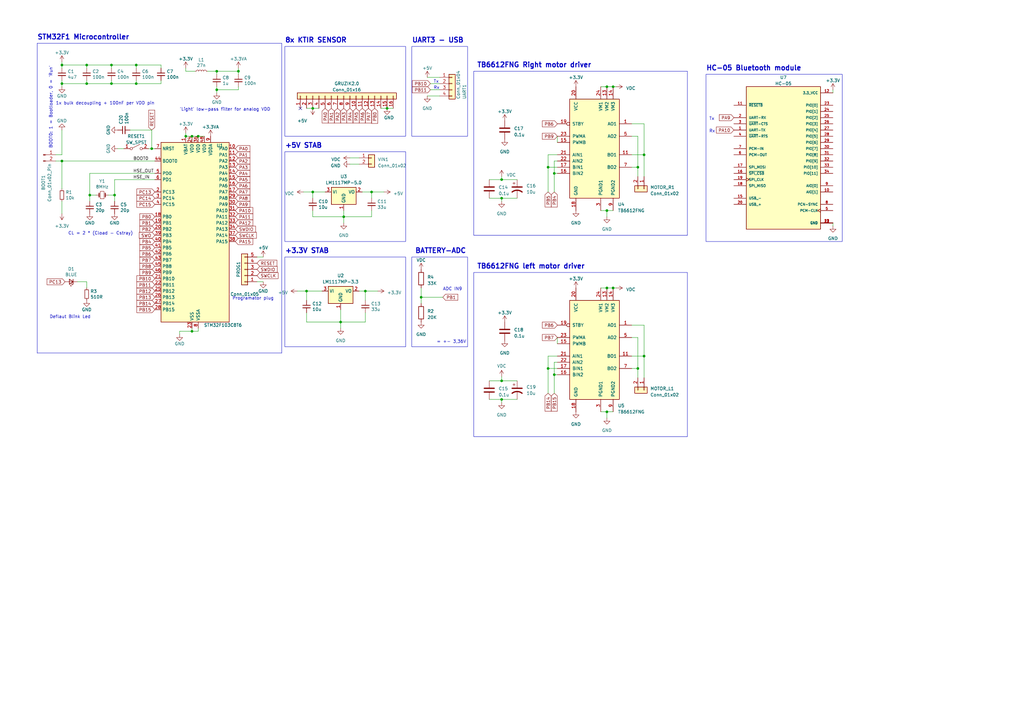
<source format=kicad_sch>
(kicad_sch (version 20230121) (generator eeschema)
  (paper "A3")
  (junction (at 55.88 26.67))
  (junction (at 251.46 35.56))
  (junction (at 45.72 26.67))
  (junction (at 251.46 118.11))
  (junction (at 224.79 151.13))
  (junction (at 248.92 86.36))
  (junction (at 227.33 71.12))
  (junction (at 45.72 34.29))
  (junction (at 128.27 78.74))
  (junction (at 25.4 34.29))
  (junction (at 248.92 168.91))
  (junction (at 78.74 135.89))
  (junction (at 264.16 63.5))
  (junction (at 248.92 118.11))
  (junction (at 248.92 35.56))
  (junction (at 128.27 44.45))
  (junction (at 88.9 29.21))
  (junction (at 227.33 153.67))
  (junction (at 35.56 26.67))
  (junction (at 261.62 68.58))
  (junction (at 224.79 68.58))
  (junction (at 152.4 78.74))
  (junction (at 81.28 55.88))
  (junction (at 264.16 146.05))
  (junction (at 158.75 44.45))
  (junction (at 205.74 156.21))
  (junction (at 261.62 151.13))
  (junction (at 25.4 66.04))
  (junction (at 139.7 132.08))
  (junction (at 46.99 80.01))
  (junction (at 205.74 81.28))
  (junction (at 25.4 26.67))
  (junction (at 78.74 55.88))
  (junction (at 97.79 29.21))
  (junction (at 76.2 55.88))
  (junction (at 172.72 121.92))
  (junction (at 35.56 34.29))
  (junction (at 36.83 80.01))
  (junction (at 62.23 60.96))
  (junction (at 140.97 88.9))
  (junction (at 149.86 119.38))
  (junction (at 205.74 163.83))
  (junction (at 205.74 73.66))
  (junction (at 125.73 119.38))
  (junction (at 55.88 34.29))
  (junction (at 88.9 36.83))
  (no_connect (at 123.19 44.45))
  (wire (pts (xy 246.38 35.56) (xy 248.92 35.56)))
  (wire (pts (xy 248.92 168.91) (xy 248.92 171.45)))
  (wire (pts (xy 149.86 132.08) (xy 139.7 132.08)))
  (wire (pts (xy 252.73 118.11) (xy 251.46 118.11)))
  (wire (pts (xy 261.62 68.58) (xy 261.62 72.39)))
  (wire (pts (xy 140.97 86.36) (xy 140.97 88.9)))
  (wire (pts (xy 152.4 78.74) (xy 152.4 81.28)))
  (wire (pts (xy 205.74 81.28) (xy 212.09 81.28)))
  (wire (pts (xy 248.92 86.36) (xy 251.46 86.36)))
  (wire (pts (xy 46.99 82.55) (xy 46.99 80.01)))
  (wire (pts (xy 341.63 91.44) (xy 341.63 92.71)))
  (wire (pts (xy 97.79 30.48) (xy 97.79 29.21)))
  (wire (pts (xy 66.04 26.67) (xy 55.88 26.67)))
  (wire (pts (xy 48.26 60.96) (xy 50.8 60.96)))
  (wire (pts (xy 97.79 36.83) (xy 97.79 35.56)))
  (wire (pts (xy 147.32 119.38) (xy 149.86 119.38)))
  (wire (pts (xy 205.74 163.83) (xy 205.74 165.1)))
  (polyline (pts (xy 15.24 17.78) (xy 15.24 144.78)))
  (wire (pts (xy 227.33 148.59) (xy 227.33 153.67)))
  (wire (pts (xy 248.92 35.56) (xy 251.46 35.56)))
  (wire (pts (xy 128.27 88.9) (xy 140.97 88.9)))
  (wire (pts (xy 73.66 135.89) (xy 78.74 135.89)))
  (wire (pts (xy 205.74 81.28) (xy 205.74 82.55)))
  (wire (pts (xy 161.29 44.45) (xy 158.75 44.45)))
  (wire (pts (xy 36.83 71.12) (xy 36.83 80.01)))
  (wire (pts (xy 81.28 134.62) (xy 81.28 135.89)))
  (wire (pts (xy 200.66 163.83) (xy 205.74 163.83)))
  (wire (pts (xy 227.33 66.04) (xy 227.33 71.12)))
  (wire (pts (xy 55.88 26.67) (xy 45.72 26.67)))
  (wire (pts (xy 78.74 135.89) (xy 81.28 135.89)))
  (wire (pts (xy 46.99 73.66) (xy 63.5 73.66)))
  (wire (pts (xy 35.56 115.57) (xy 31.75 115.57)))
  (polyline (pts (xy 15.24 144.78) (xy 115.57 144.78)))
  (wire (pts (xy 224.79 161.29) (xy 224.79 151.13)))
  (wire (pts (xy 88.9 38.1) (xy 88.9 36.83)))
  (wire (pts (xy 259.08 133.35) (xy 264.16 133.35)))
  (wire (pts (xy 25.4 66.04) (xy 25.4 77.47)))
  (wire (pts (xy 125.73 128.27) (xy 125.73 132.08)))
  (wire (pts (xy 156.21 44.45) (xy 158.75 44.45)))
  (wire (pts (xy 172.72 121.92) (xy 172.72 124.46)))
  (wire (pts (xy 125.73 119.38) (xy 125.73 123.19)))
  (wire (pts (xy 62.23 53.34) (xy 62.23 60.96)))
  (wire (pts (xy 97.79 29.21) (xy 88.9 29.21)))
  (wire (pts (xy 36.83 80.01) (xy 39.37 80.01)))
  (polyline (pts (xy 115.57 17.78) (xy 15.24 17.78)))
  (wire (pts (xy 248.92 118.11) (xy 251.46 118.11)))
  (wire (pts (xy 149.86 119.38) (xy 154.94 119.38)))
  (wire (pts (xy 264.16 50.8) (xy 264.16 63.5)))
  (wire (pts (xy 152.4 86.36) (xy 152.4 88.9)))
  (wire (pts (xy 149.86 128.27) (xy 149.86 132.08)))
  (wire (pts (xy 25.4 34.29) (xy 25.4 35.56)))
  (wire (pts (xy 205.74 154.432) (xy 205.74 156.21)))
  (wire (pts (xy 55.88 27.94) (xy 55.88 26.67)))
  (wire (pts (xy 261.62 151.13) (xy 261.62 154.94)))
  (wire (pts (xy 140.97 88.9) (xy 140.97 91.44)))
  (wire (pts (xy 81.28 55.88) (xy 83.82 55.88)))
  (wire (pts (xy 200.66 73.66) (xy 205.74 73.66)))
  (wire (pts (xy 22.86 66.04) (xy 25.4 66.04)))
  (wire (pts (xy 176.53 36.83) (xy 180.34 36.83)))
  (wire (pts (xy 121.92 119.38) (xy 125.73 119.38)))
  (wire (pts (xy 128.27 78.74) (xy 133.35 78.74)))
  (wire (pts (xy 60.96 60.96) (xy 62.23 60.96)))
  (wire (pts (xy 139.7 127) (xy 139.7 132.08)))
  (wire (pts (xy 224.79 68.58) (xy 228.6 68.58)))
  (wire (pts (xy 264.16 133.35) (xy 264.16 146.05)))
  (wire (pts (xy 264.16 63.5) (xy 264.16 72.39)))
  (wire (pts (xy 35.56 26.67) (xy 35.56 27.94)))
  (wire (pts (xy 25.4 25.4) (xy 25.4 26.67)))
  (wire (pts (xy 88.9 30.48) (xy 88.9 29.21)))
  (wire (pts (xy 125.73 132.08) (xy 139.7 132.08)))
  (wire (pts (xy 259.08 68.58) (xy 261.62 68.58)))
  (wire (pts (xy 66.04 27.94) (xy 66.04 26.67)))
  (wire (pts (xy 130.81 44.45) (xy 128.27 44.45)))
  (wire (pts (xy 46.99 80.01) (xy 46.99 73.66)))
  (wire (pts (xy 259.08 63.5) (xy 264.16 63.5)))
  (wire (pts (xy 224.79 63.5) (xy 228.6 63.5)))
  (wire (pts (xy 246.38 86.36) (xy 248.92 86.36)))
  (wire (pts (xy 88.9 36.83) (xy 97.79 36.83)))
  (wire (pts (xy 139.7 132.08) (xy 139.7 134.62)))
  (wire (pts (xy 76.2 54.61) (xy 76.2 55.88)))
  (wire (pts (xy 35.56 34.29) (xy 35.56 33.02)))
  (wire (pts (xy 149.86 119.38) (xy 149.86 123.19)))
  (wire (pts (xy 172.72 118.11) (xy 172.72 121.92)))
  (wire (pts (xy 128.27 78.74) (xy 128.27 81.28)))
  (wire (pts (xy 125.73 119.38) (xy 132.08 119.38)))
  (wire (pts (xy 152.4 88.9) (xy 140.97 88.9)))
  (wire (pts (xy 224.79 151.13) (xy 228.6 151.13)))
  (wire (pts (xy 228.6 138.43) (xy 228.6 140.97)))
  (wire (pts (xy 35.56 26.67) (xy 25.4 26.67)))
  (wire (pts (xy 205.74 72.39) (xy 205.74 73.66)))
  (wire (pts (xy 172.72 121.92) (xy 181.61 121.92)))
  (wire (pts (xy 259.08 55.88) (xy 261.62 55.88)))
  (wire (pts (xy 224.79 68.58) (xy 224.79 63.5)))
  (wire (pts (xy 44.45 80.01) (xy 46.99 80.01)))
  (wire (pts (xy 259.08 138.43) (xy 261.62 138.43)))
  (wire (pts (xy 228.6 148.59) (xy 227.33 148.59)))
  (wire (pts (xy 45.72 34.29) (xy 55.88 34.29)))
  (wire (pts (xy 200.66 81.28) (xy 205.74 81.28)))
  (wire (pts (xy 175.26 39.37) (xy 180.34 39.37)))
  (wire (pts (xy 259.08 50.8) (xy 264.16 50.8)))
  (wire (pts (xy 25.4 53.34) (xy 25.4 63.5)))
  (wire (pts (xy 128.27 86.36) (xy 128.27 88.9)))
  (wire (pts (xy 264.16 146.05) (xy 264.16 154.94)))
  (wire (pts (xy 259.08 151.13) (xy 261.62 151.13)))
  (wire (pts (xy 85.09 29.21) (xy 88.9 29.21)))
  (wire (pts (xy 248.92 168.91) (xy 251.46 168.91)))
  (wire (pts (xy 105.41 105.41) (xy 107.95 105.41)))
  (wire (pts (xy 261.62 55.88) (xy 261.62 68.58)))
  (wire (pts (xy 63.5 66.04) (xy 25.4 66.04)))
  (wire (pts (xy 246.38 118.11) (xy 248.92 118.11)))
  (wire (pts (xy 63.5 71.12) (xy 36.83 71.12)))
  (wire (pts (xy 152.4 78.74) (xy 157.48 78.74)))
  (wire (pts (xy 143.51 67.31) (xy 147.32 67.31)))
  (wire (pts (xy 224.79 78.74) (xy 224.79 68.58)))
  (wire (pts (xy 25.4 63.5) (xy 22.86 63.5)))
  (wire (pts (xy 76.2 55.88) (xy 78.74 55.88)))
  (wire (pts (xy 341.63 36.83) (xy 341.63 38.1)))
  (wire (pts (xy 105.41 115.57) (xy 107.95 115.57)))
  (wire (pts (xy 227.33 71.12) (xy 228.6 71.12)))
  (wire (pts (xy 66.04 33.02) (xy 66.04 34.29)))
  (wire (pts (xy 35.56 118.11) (xy 35.56 115.57)))
  (wire (pts (xy 227.33 153.67) (xy 227.33 161.29)))
  (wire (pts (xy 53.34 53.34) (xy 62.23 53.34)))
  (wire (pts (xy 78.74 135.89) (xy 78.74 134.62)))
  (wire (pts (xy 148.59 78.74) (xy 152.4 78.74)))
  (wire (pts (xy 143.51 64.77) (xy 147.32 64.77)))
  (wire (pts (xy 227.33 71.12) (xy 227.33 78.74)))
  (wire (pts (xy 259.08 146.05) (xy 264.16 146.05)))
  (wire (pts (xy 35.56 34.29) (xy 45.72 34.29)))
  (wire (pts (xy 25.4 26.67) (xy 25.4 27.94)))
  (wire (pts (xy 76.2 29.21) (xy 80.01 29.21)))
  (wire (pts (xy 78.74 55.88) (xy 81.28 55.88)))
  (wire (pts (xy 224.79 151.13) (xy 224.79 146.05)))
  (wire (pts (xy 124.46 78.74) (xy 128.27 78.74)))
  (wire (pts (xy 25.4 87.63) (xy 25.4 82.55)))
  (wire (pts (xy 175.26 31.75) (xy 180.34 31.75)))
  (wire (pts (xy 248.92 86.36) (xy 248.92 88.9)))
  (wire (pts (xy 25.4 33.02) (xy 25.4 34.29)))
  (wire (pts (xy 125.73 44.45) (xy 128.27 44.45)))
  (wire (pts (xy 224.79 146.05) (xy 228.6 146.05)))
  (wire (pts (xy 228.6 66.04) (xy 227.33 66.04)))
  (polyline (pts (xy 115.57 144.78) (xy 115.57 17.78)))
  (wire (pts (xy 228.6 55.88) (xy 228.6 58.42)))
  (wire (pts (xy 205.74 73.66) (xy 212.09 73.66)))
  (wire (pts (xy 62.23 60.96) (xy 63.5 60.96)))
  (wire (pts (xy 76.2 27.94) (xy 76.2 29.21)))
  (wire (pts (xy 88.9 35.56) (xy 88.9 36.83)))
  (wire (pts (xy 227.33 153.67) (xy 228.6 153.67)))
  (wire (pts (xy 200.66 156.21) (xy 205.74 156.21)))
  (wire (pts (xy 205.74 156.21) (xy 212.09 156.21)))
  (wire (pts (xy 252.73 35.56) (xy 251.46 35.56)))
  (wire (pts (xy 45.72 27.94) (xy 45.72 26.67)))
  (wire (pts (xy 205.74 163.83) (xy 212.09 163.83)))
  (wire (pts (xy 55.88 34.29) (xy 66.04 34.29)))
  (wire (pts (xy 36.83 82.55) (xy 36.83 80.01)))
  (wire (pts (xy 45.72 26.67) (xy 35.56 26.67)))
  (wire (pts (xy 45.72 33.02) (xy 45.72 34.29)))
  (wire (pts (xy 97.79 27.94) (xy 97.79 29.21)))
  (wire (pts (xy 246.38 168.91) (xy 248.92 168.91)))
  (wire (pts (xy 73.66 137.16) (xy 73.66 135.89)))
  (wire (pts (xy 25.4 34.29) (xy 35.56 34.29)))
  (wire (pts (xy 261.62 138.43) (xy 261.62 151.13)))
  (wire (pts (xy 176.53 34.29) (xy 180.34 34.29)))
  (wire (pts (xy 55.88 33.02) (xy 55.88 34.29)))
  (rectangle (start 194.31 29.21) (end 281.94 96.52))
  (rectangle (start 194.31 111.76) (end 281.94 179.07))
  (rectangle (start 116.84 105.41) (end 166.37 142.24))
  (rectangle (start 116.84 19.05) (end 166.37 55.88))
  (rectangle (start 116.84 62.23) (end 166.37 99.06))
  (rectangle (start 168.91 19.05) (end 191.77 55.88))
  (rectangle (start 168.91 105.41) (end 191.77 142.24))
  (rectangle (start 289.56 30.48) (end 345.44 99.06))
  (text "Tx" (at 290.83 49.53 0) (effects (font (size 1.27 1.27)) (justify left bottom)))
  (text "+3.3V STAB" (at 116.84 104.14 0) (effects (font (size 2.0066 2.0066) (thickness 0.4013) bold) (justify left bottom)))
  (text "Programator plug" (at 95.25 123.19 0) (effects (font (size 1.27 1.27)) (justify left bottom)))
  (text "Rx" (at 290.83 54.61 0) (effects (font (size 1.27 1.27)) (justify left bottom)))
  (text "Tx" (at 177.8 34.29 0) (effects (font (size 1.27 1.27)) (justify left bottom)))
  (text "BATTERY-ADC" (at 170.18 104.14 0) (effects (font (size 2.0066 2.0066) (thickness 0.4013) bold) (justify left bottom)))
  (text "TB6612FNG Right motor driver" (at 195.58 27.94 0) (effects (font (size 2.0066 2.0066) (thickness 0.4013) bold) (justify left bottom)))
  (text "8x KTIR SENSOR" (at 116.84 17.78 0) (effects (font (size 2.0066 2.0066) (thickness 0.4013) bold) (justify left bottom)))
  (text "'Light' low-pass filter for analog VDD" (at 73.66 45.72 0) (effects (font (size 1.27 1.27)) (justify left bottom)))
  (text "1x bulk decoupling + 100nF per VDD pin" (at 22.86 43.18 0) (effects (font (size 1.27 1.27)) (justify left bottom)))
  (text "Rx" (at 177.8 36.83 0) (effects (font (size 1.27 1.27)) (justify left bottom)))
  (text "Deflaut Blink Led" (at 20.32 130.81 0) (effects (font (size 1.27 1.27)) (justify left bottom)))
  (text "STM32F1 Microcontroller" (at 15.24 16.51 0) (effects (font (size 2.0066 2.0066) (thickness 0.4013) bold) (justify left bottom)))
  (text "HC-05 Bluetooth module" (at 289.56 29.21 0) (effects (font (size 2.0066 2.0066) (thickness 0.4013) bold) (justify left bottom)))
  (text "+5V STAB" (at 116.84 60.96 0) (effects (font (size 2.0066 2.0066) (thickness 0.4013) bold) (justify left bottom)))
  (text "BOOT0: 1 = Bootloader, 0 = 'Run'" (at 21.59 60.96 90) (effects (font (size 1.27 1.27)) (justify left bottom)))
  (text "ADC IN9 " (at 181.61 119.38 0) (effects (font (size 1.27 1.27)) (justify left bottom)))
  (text "CL = 2 * (Cload - Cstray)" (at 27.94 96.52 0) (effects (font (size 1.27 1.27)) (justify left bottom)))
  (text "TB6612FNG left motor driver" (at 195.58 110.49 0) (effects (font (size 2.0066 2.0066) (thickness 0.4013) bold) (justify left bottom)))
  (text "= +- 3,36V" (at 179.07 140.97 0) (effects (font (size 1.27 1.27)) (justify left bottom)))
  (text "UART3 - USB" (at 168.91 17.78 0) (effects (font (size 2.0066 2.0066) (thickness 0.4013) bold) (justify left bottom)))
  (label "BOOT0" (at 54.61 66.04 0))
  (label "HSE_OUT" (at 54.61 71.12 0))
  (label "HSE_IN" (at 54.61 73.66 0))
  (global_label "PB10" (shape input) (at 176.53 34.29 180) (property "Intersheetrefs" "${INTERSHEET_REFS}" (effects hide)))
  (global_label "RESET" (shape input) (at 62.23 53.34 90) (property "Intersheetrefs" "${INTERSHEET_REFS}" (effects hide)))
  (global_label "PB9" (shape input) (at 228.6 55.88 180) (property "Intersheetrefs" "${INTERSHEET_REFS}" (effects hide)))
  (global_label "PA11" (shape input) (at 96.52 88.9 0) (property "Intersheetrefs" "${INTERSHEET_REFS}" (effects hide)))
  (global_label "PA3" (shape input) (at 140.97 44.45 270) (property "Intersheetrefs" "${INTERSHEET_REFS}" (effects hide)))
  (global_label "PB0" (shape input) (at 63.5 88.9 180) (property "Intersheetrefs" "${INTERSHEET_REFS}" (effects hide)))
  (global_label "PA0" (shape input) (at 96.52 60.96 0) (property "Intersheetrefs" "${INTERSHEET_REFS}" (effects hide)))
  (global_label "PB5" (shape input) (at 63.5 101.6 180) (property "Intersheetrefs" "${INTERSHEET_REFS}" (effects hide)))
  (global_label "SWDIO" (shape input) (at 105.41 110.49 0) (property "Intersheetrefs" "${INTERSHEET_REFS}" (effects hide)))
  (global_label "PB6" (shape input) (at 63.5 104.14 180) (property "Intersheetrefs" "${INTERSHEET_REFS}" (effects hide)))
  (global_label "PA15" (shape input) (at 96.52 99.06 0) (property "Intersheetrefs" "${INTERSHEET_REFS}" (effects hide)))
  (global_label "PA8" (shape input) (at 96.52 81.28 0) (property "Intersheetrefs" "${INTERSHEET_REFS}" (effects hide)))
  (global_label "PB2" (shape input) (at 63.5 93.98 180) (property "Intersheetrefs" "${INTERSHEET_REFS}" (effects hide)))
  (global_label "SWO" (shape input) (at 63.5 96.52 180) (property "Intersheetrefs" "${INTERSHEET_REFS}" (effects hide)))
  (global_label "PA9" (shape input) (at 300.99 48.26 180) (property "Intersheetrefs" "${INTERSHEET_REFS}" (effects hide)))
  (global_label "PA1" (shape input) (at 96.52 63.5 0) (property "Intersheetrefs" "${INTERSHEET_REFS}" (effects hide)))
  (global_label "PB6" (shape input) (at 228.6 50.8 180) (property "Intersheetrefs" "${INTERSHEET_REFS}" (effects hide)))
  (global_label "PA10" (shape input) (at 96.52 86.36 0) (property "Intersheetrefs" "${INTERSHEET_REFS}" (effects hide)))
  (global_label "PA5" (shape input) (at 146.05 44.45 270) (property "Intersheetrefs" "${INTERSHEET_REFS}" (effects hide)))
  (global_label "PA2" (shape input) (at 138.43 44.45 270) (property "Intersheetrefs" "${INTERSHEET_REFS}" (effects hide)))
  (global_label "PB13" (shape input) (at 63.5 121.92 180) (property "Intersheetrefs" "${INTERSHEET_REFS}" (effects hide)))
  (global_label "SWDIO" (shape input) (at 96.52 93.98 0) (property "Intersheetrefs" "${INTERSHEET_REFS}" (effects hide)))
  (global_label "PB7" (shape input) (at 63.5 106.68 180) (property "Intersheetrefs" "${INTERSHEET_REFS}" (effects hide)))
  (global_label "PB1" (shape input) (at 181.61 121.92 0) (property "Intersheetrefs" "${INTERSHEET_REFS}" (effects hide)))
  (global_label "PB14" (shape input) (at 63.5 124.46 180) (property "Intersheetrefs" "${INTERSHEET_REFS}" (effects hide)))
  (global_label "PB1" (shape input) (at 63.5 91.44 180) (property "Intersheetrefs" "${INTERSHEET_REFS}" (effects hide)))
  (global_label "PC14" (shape input) (at 63.5 81.28 180) (property "Intersheetrefs" "${INTERSHEET_REFS}" (effects hide)))
  (global_label "RESET" (shape input) (at 105.41 107.95 0) (property "Intersheetrefs" "${INTERSHEET_REFS}" (effects hide)))
  (global_label "PB4" (shape input) (at 63.5 99.06 180) (property "Intersheetrefs" "${INTERSHEET_REFS}" (effects hide)))
  (global_label "PB12" (shape input) (at 63.5 119.38 180) (property "Intersheetrefs" "${INTERSHEET_REFS}" (effects hide)))
  (global_label "PB11" (shape input) (at 176.53 36.83 180) (property "Intersheetrefs" "${INTERSHEET_REFS}" (effects hide)))
  (global_label "PB6" (shape input) (at 228.6 133.35 180) (property "Intersheetrefs" "${INTERSHEET_REFS}" (effects hide)))
  (global_label "PA10" (shape input) (at 300.99 53.34 180) (property "Intersheetrefs" "${INTERSHEET_REFS}" (effects hide)))
  (global_label "PA7" (shape input) (at 151.13 44.45 270) (property "Intersheetrefs" "${INTERSHEET_REFS}" (effects hide)))
  (global_label "PB10" (shape input) (at 63.5 114.3 180) (property "Intersheetrefs" "${INTERSHEET_REFS}" (effects hide)))
  (global_label "PA0" (shape input) (at 133.35 44.45 270) (property "Intersheetrefs" "${INTERSHEET_REFS}" (effects hide)))
  (global_label "PB4" (shape input) (at 227.33 78.74 270) (property "Intersheetrefs" "${INTERSHEET_REFS}" (effects hide)))
  (global_label "SWCLK" (shape input) (at 105.41 113.03 0) (property "Intersheetrefs" "${INTERSHEET_REFS}" (effects hide)))
  (global_label "PB11" (shape input) (at 63.5 116.84 180) (property "Intersheetrefs" "${INTERSHEET_REFS}" (effects hide)))
  (global_label "PB5" (shape input) (at 224.79 78.74 270) (property "Intersheetrefs" "${INTERSHEET_REFS}" (effects hide)))
  (global_label "PA9" (shape input) (at 96.52 83.82 0) (property "Intersheetrefs" "${INTERSHEET_REFS}" (effects hide)))
  (global_label "PC13" (shape input) (at 63.5 78.74 180) (property "Intersheetrefs" "${INTERSHEET_REFS}" (effects hide)))
  (global_label "PB7" (shape input) (at 228.6 138.43 180) (property "Intersheetrefs" "${INTERSHEET_REFS}" (effects hide)))
  (global_label "SWCLK" (shape input) (at 96.52 96.52 0) (property "Intersheetrefs" "${INTERSHEET_REFS}" (effects hide)))
  (global_label "PB14" (shape input) (at 224.79 161.29 270) (property "Intersheetrefs" "${INTERSHEET_REFS}" (effects hide)))
  (global_label "PA5" (shape input) (at 96.52 73.66 0) (property "Intersheetrefs" "${INTERSHEET_REFS}" (effects hide)))
  (global_label "PA7" (shape input) (at 96.52 78.74 0) (property "Intersheetrefs" "${INTERSHEET_REFS}" (effects hide)))
  (global_label "PC13" (shape input) (at 26.67 115.57 180) (property "Intersheetrefs" "${INTERSHEET_REFS}" (effects hide)))
  (global_label "PA6" (shape input) (at 148.59 44.45 270) (property "Intersheetrefs" "${INTERSHEET_REFS}" (effects hide)))
  (global_label "PB8" (shape input) (at 63.5 109.22 180) (property "Intersheetrefs" "${INTERSHEET_REFS}" (effects hide)))
  (global_label "PA4" (shape input) (at 96.52 71.12 0) (property "Intersheetrefs" "${INTERSHEET_REFS}" (effects hide)))
  (global_label "PB15" (shape input) (at 227.33 161.29 270) (property "Intersheetrefs" "${INTERSHEET_REFS}" (effects hide)))
  (global_label "PA4" (shape input) (at 143.51 44.45 270) (property "Intersheetrefs" "${INTERSHEET_REFS}" (effects hide)))
  (global_label "PA2" (shape input) (at 96.52 66.04 0) (property "Intersheetrefs" "${INTERSHEET_REFS}" (effects hide)))
  (global_label "PA6" (shape input) (at 96.52 76.2 0) (property "Intersheetrefs" "${INTERSHEET_REFS}" (effects hide)))
  (global_label "PC15" (shape input) (at 63.5 83.82 180) (property "Intersheetrefs" "${INTERSHEET_REFS}" (effects hide)))
  (global_label "PB9" (shape input) (at 63.5 111.76 180) (property "Intersheetrefs" "${INTERSHEET_REFS}" (effects hide)))
  (global_label "PA3" (shape input) (at 96.52 68.58 0) (property "Intersheetrefs" "${INTERSHEET_REFS}" (effects hide)))
  (global_label "PB0" (shape input) (at 153.67 44.45 270) (property "Intersheetrefs" "${INTERSHEET_REFS}" (effects hide)))
  (global_label "PA1" (shape input) (at 135.89 44.45 270) (property "Intersheetrefs" "${INTERSHEET_REFS}" (effects hide)))
  (global_label "PB15" (shape input) (at 63.5 127 180) (property "Intersheetrefs" "${INTERSHEET_REFS}" (effects hide)))
  (global_label "PA12" (shape input) (at 96.52 91.44 0) (property "Intersheetrefs" "${INTERSHEET_REFS}" (effects hide)))
  (symbol (lib_id "Device:C") (at 207.01 135.89 0) (unit 1)
    (property "Reference" "C18" (at 210.82 135.255 0) (effects (justify left)))
    (property "Value" "0.1u" (at 210.82 137.795 0) (effects (justify left)))
    (property "Footprint" "Capacitor_SMD:C_0603_1608Metric" (effects hide))
  )
  (symbol (lib_id "power:GND") (at 248.92 171.45 0) (unit 1)
    (property "Reference" "#PWR018" (effects hide))
    (property "Value" "GND" (at 248.92 176.53 0))
  )
  (symbol (lib_id "Device:C_Small") (at 88.9 33.02 0) (unit 1)
    (property "Reference" "C8" (at 91.2368 31.8516 0) (effects (justify left)))
    (property "Value" "1u" (at 91.2368 34.163 0) (effects (justify left)))
    (property "Footprint" "Capacitor_SMD:C_0603_1608Metric" (effects hide))
    (property "LCSC Part #" "C52923" (effects hide))
  )
  (symbol (lib_id "power:VDC") (at 124.46 78.74 90) (unit 1)
    (property "Reference" "#PWR024" (effects hide))
    (property "Value" "VDC" (at 120.65 79.375 90) (effects (justify left)))
  )
  (symbol (lib_id "power:+3.3V") (at 25.4 87.63 180) (unit 1)
    (property "Reference" "#PWR02" (effects hide))
    (property "Value" "+3.3V" (at 25.4 92.71 0))
  )
  (symbol (lib_id "power:+3.3V") (at 207.01 132.08 0) (unit 1)
    (property "Reference" "#PWR038" (effects hide))
    (property "Value" "+3.3V" (at 207.01 128.27 0))
  )
  (symbol (lib_id "Device:C_Small") (at 125.73 125.73 0) (unit 1)
    (property "Reference" "C12" (at 128.0668 124.5616 0) (effects (justify left)))
    (property "Value" "10u" (at 128.0668 126.873 0) (effects (justify left)))
    (property "Footprint" "Capacitor_SMD:C_0603_1608Metric" (effects hide))
    (property "LCSC Part #" "C1525" (effects hide))
  )
  (symbol (lib_id "Connector_Generic:Conn_01x02") (at 264.16 77.47 270) (unit 1)
    (property "Reference" "MOTOR_R1" (at 266.7 76.835 90) (effects (justify left)))
    (property "Value" "Conn_01x02" (at 266.7 79.375 90) (effects (justify left)))
    (property "Footprint" "Connector_PinHeader_2.54mm:PinHeader_1x02_P2.54mm_Vertical" (effects hide))
  )
  (symbol (lib_id "power:+3.3V") (at 207.01 49.53 0) (unit 1)
    (property "Reference" "#PWR033" (effects hide))
    (property "Value" "+3.3V" (at 207.01 45.72 0))
  )
  (symbol (lib_id "power:VDC") (at 143.51 64.77 90) (unit 1)
    (property "Reference" "#PWR025" (effects hide))
    (property "Value" "VDC" (at 139.7 65.405 90) (effects (justify left)))
  )
  (symbol (lib_id "power:+3.3V") (at 76.2 27.94 0) (unit 1)
    (property "Reference" "#PWR010" (effects hide))
    (property "Value" "+3.3V" (at 76.2 24.13 0))
  )
  (symbol (lib_id "Switch:SW_SPST") (at 55.88 60.96 0) (unit 1)
    (property "Reference" "RESET1" (at 55.88 55.88 0))
    (property "Value" "SW_SPST" (at 55.88 58.42 0))
    (property "Footprint" "Button_Switch_SMD:SW_SPST_CK_RS282G05A3" (effects hide))
  )
  (symbol (lib_id "power:GND") (at 158.75 44.45 0) (unit 1)
    (property "Reference" "#PWR053" (effects hide))
    (property "Value" "GND" (at 157.48 48.26 0) (effects (justify left)))
  )
  (symbol (lib_id "MCU_ST_STM32F1:STM32F103C8Tx") (at 78.74 96.52 0) (unit 1)
    (property "Reference" "U1" (at 90.17 59.69 0))
    (property "Value" "STM32F103C8T6" (at 91.44 133.35 0))
    (property "Footprint" "Package_QFP:LQFP-48_7x7mm_P0.5mm" (effects hide))
    (property "Datasheet" "http://www.st.com/st-web-ui/static/active/en/resource/technical/document/datasheet/CD00161566.pdf" (effects hide))
    (property "LCSC Part #" "C8734" (effects hide))
  )
  (symbol (lib_id "Device:C_Small") (at 25.4 30.48 0) (unit 1)
    (property "Reference" "C1" (at 27.7368 29.3116 0) (effects (justify left)))
    (property "Value" "4u7" (at 27.7368 31.623 0) (effects (justify left)))
    (property "Footprint" "Capacitor_SMD:C_0603_1608Metric" (effects hide))
    (property "LCSC Part #" "C19666" (effects hide))
  )
  (symbol (lib_id "power:GND") (at 48.26 60.96 270) (unit 1)
    (property "Reference" "#PWR09" (effects hide))
    (property "Value" "GND" (at 44.45 60.96 0))
  )
  (symbol (lib_id "power:GND") (at 143.51 67.31 270) (unit 1)
    (property "Reference" "#PWR026" (effects hide))
    (property "Value" "GND" (at 139.7 67.945 90) (effects (justify right)))
  )
  (symbol (lib_id "Device:C_Small") (at 128.27 83.82 0) (unit 1)
    (property "Reference" "C10" (at 130.6068 82.6516 0) (effects (justify left)))
    (property "Value" "10u" (at 130.6068 84.963 0) (effects (justify left)))
    (property "Footprint" "Capacitor_SMD:C_0603_1608Metric" (effects hide))
    (property "LCSC Part #" "C1525" (effects hide))
  )
  (symbol (lib_id "HC-05:HC-05") (at 321.31 66.04 0) (unit 1)
    (property "Reference" "U7" (at 321.31 31.75 0))
    (property "Value" "HC-05" (at 321.31 34.29 0))
    (property "Footprint" "HC-05_module:XCVR_HC-05" (effects hide))
    (property "MF" "ITead Studio" (effects hide))
    (property "Description" "\nBluetooth to Serial Port Module\n" (effects hide))
    (property "Package" "Module ITead Studio" (effects hide))
    (property "Price" "None" (effects hide))
    (property "STANDARD" "Manufacturer Recommendations" (effects hide))
    (property "PARTREV" "v1.0" (effects hide))
    (property "SnapEDA_Link" "https://www.snapeda.com/parts/HC-05/ITead+Studio/view-part/?ref=snap" (effects hide))
    (property "MP" "HC-05" (effects hide))
    (property "Availability" "Not in stock" (effects hide))
    (property "Check_prices" "https://www.snapeda.com/parts/HC-05/ITead+Studio/view-part/?ref=eda" (effects hide))
  )
  (symbol (lib_id "Device:C_Small") (at 45.72 30.48 0) (unit 1)
    (property "Reference" "C4" (at 48.0568 29.3116 0) (effects (justify left)))
    (property "Value" "100n" (at 48.0568 31.623 0) (effects (justify left)))
    (property "Footprint" "Capacitor_SMD:C_0603_1608Metric" (effects hide))
    (property "LCSC Part #" "C1525" (effects hide))
  )
  (symbol (lib_id "power:GND") (at 107.95 115.57 0) (unit 1)
    (property "Reference" "#PWR016" (effects hide))
    (property "Value" "GND" (at 107.95 119.38 0))
  )
  (symbol (lib_id "Connector_Generic:Conn_01x05") (at 100.33 110.49 180) (unit 1)
    (property "Reference" "PROG1" (at 97.79 110.49 90))
    (property "Value" "Conn_01x05" (at 100.33 120.65 0))
    (property "Footprint" "Connector_PinHeader_2.54mm:PinHeader_1x05_P2.54mm_Vertical" (effects hide))
  )
  (symbol (lib_id "Device:R_Small") (at 25.4 80.01 0) (unit 1)
    (property "Reference" "R1" (at 26.8986 78.8416 0) (effects (justify left)))
    (property "Value" "10k" (at 26.8986 81.153 0) (effects (justify left)))
    (property "Footprint" "Resistor_SMD:R_0603_1608Metric" (effects hide))
    (property "LCSC Part #" "C25744" (effects hide))
  )
  (symbol (lib_id "power:GND") (at 140.97 91.44 0) (unit 1)
    (property "Reference" "#PWR019" (effects hide))
    (property "Value" "GND" (at 140.97 96.52 0))
  )
  (symbol (lib_id "Device:C_Polarized_US") (at 212.09 160.02 0) (unit 1)
    (property "Reference" "C19" (at 215.9 158.75 0) (effects (justify left)))
    (property "Value" "10u" (at 215.9 161.29 0) (effects (justify left)))
    (property "Footprint" "Capacitor_SMD:C_0603_1608Metric" (effects hide))
  )
  (symbol (lib_id "power:+3.3VA") (at 86.36 55.88 0) (unit 1)
    (property "Reference" "#PWR013" (effects hide))
    (property "Value" "+3.3VA" (at 86.36 52.07 0))
  )
  (symbol (lib_id "power:+5V") (at 121.92 119.38 90) (unit 1)
    (property "Reference" "#PWR023" (effects hide))
    (property "Value" "+5V" (at 118.11 120.015 90) (effects (justify left)))
  )
  (symbol (lib_id "power:GND") (at 46.99 87.63 0) (unit 1)
    (property "Reference" "#PWR06" (effects hide))
    (property "Value" "GND" (at 46.99 91.44 0))
  )
  (symbol (lib_id "power:GND") (at 36.83 87.63 0) (unit 1)
    (property "Reference" "#PWR05" (effects hide))
    (property "Value" "GND" (at 36.83 91.44 0))
  )
  (symbol (lib_id "power:+3.3V") (at 76.2 54.61 0) (unit 1)
    (property "Reference" "#PWR07" (effects hide))
    (property "Value" "+3.3V" (at 76.2 50.8 0))
  )
  (symbol (lib_id "power:GND") (at 25.4 35.56 0) (unit 1)
    (property "Reference" "#PWR04" (effects hide))
    (property "Value" "GND" (at 25.4 39.37 0))
  )
  (symbol (lib_id "power:+5V") (at 107.95 105.41 0) (unit 1)
    (property "Reference" "#PWR015" (effects hide))
    (property "Value" "+5V" (at 107.95 101.6 0))
  )
  (symbol (lib_id "Device:C_Small") (at 152.4 83.82 0) (unit 1)
    (property "Reference" "C11" (at 154.7368 82.6516 0) (effects (justify left)))
    (property "Value" "33u" (at 154.7368 84.963 0) (effects (justify left)))
    (property "Footprint" "Capacitor_SMD:C_0603_1608Metric" (effects hide))
    (property "LCSC Part #" "C1525" (effects hide))
  )
  (symbol (lib_id "Device:R_Small") (at 35.56 120.65 0) (unit 1)
    (property "Reference" "R3" (at 37.0586 119.4816 0) (effects (justify left)))
    (property "Value" "510R" (at 37.0586 121.793 0) (effects (justify left)))
    (property "Footprint" "Resistor_SMD:R_0603_1608Metric" (effects hide))
    (property "LCSC Part #" "C22843" (effects hide))
  )
  (symbol (lib_id "power:GND") (at 25.4 53.34 180) (unit 1)
    (property "Reference" "#PWR01" (effects hide))
    (property "Value" "GND" (at 25.4 49.53 0))
  )
  (symbol (lib_id "power:GND") (at 175.26 39.37 0) (unit 1)
    (property "Reference" "#PWR043" (effects hide))
    (property "Value" "GND" (at 175.26 44.45 0))
  )
  (symbol (lib_id "Device:C_Small") (at 66.04 30.48 0) (unit 1)
    (property "Reference" "C7" (at 68.3768 29.3116 0) (effects (justify left)))
    (property "Value" "100n" (at 68.3768 31.623 0) (effects (justify left)))
    (property "Footprint" "Capacitor_SMD:C_0603_1608Metric" (effects hide))
    (property "LCSC Part #" "C1525" (effects hide))
  )
  (symbol (lib_id "power:GND") (at 207.01 57.15 0) (unit 1)
    (property "Reference" "#PWR034" (effects hide))
    (property "Value" "GND" (at 207.01 62.23 0))
  )
  (symbol (lib_id "Device:C_Small") (at 50.8 53.34 90) (unit 1)
    (property "Reference" "C20" (at 49.6316 51.0032 0) (effects (justify left)))
    (property "Value" "100n" (at 51.943 51.0032 0) (effects (justify left)))
    (property "Footprint" "Capacitor_SMD:C_0603_1608Metric" (effects hide))
    (property "LCSC Part #" "C1525" (effects hide))
  )
  (symbol (lib_id "Device:C_Small") (at 46.99 85.09 0) (unit 1)
    (property "Reference" "C5" (at 49.3268 83.9216 0) (effects (justify left)))
    (property "Value" "20p" (at 49.3268 86.233 0) (effects (justify left)))
    (property "Footprint" "Capacitor_SMD:C_0603_1608Metric" (effects hide))
    (property "LCSC Part #" "C1570" (effects hide))
  )
  (symbol (lib_id "Device:C") (at 200.66 77.47 0) (unit 1)
    (property "Reference" "C14" (at 204.47 76.835 0) (effects (justify left)))
    (property "Value" "0.1u" (at 204.47 79.375 0) (effects (justify left)))
    (property "Footprint" "Capacitor_SMD:C_0603_1608Metric" (effects hide))
  )
  (symbol (lib_id "power:VDC") (at 172.72 110.49 0) (unit 1)
    (property "Reference" "#PWR047" (effects hide))
    (property "Value" "VDC" (at 172.72 106.68 0))
  )
  (symbol (lib_id "power:+3.3V") (at 25.4 25.4 0) (unit 1)
    (property "Reference" "#PWR03" (effects hide))
    (property "Value" "+3.3V" (at 25.4 21.59 0))
  )
  (symbol (lib_id "power:GND") (at 236.22 168.91 0) (unit 1)
    (property "Reference" "#PWR041" (effects hide))
    (property "Value" "GND" (at 236.22 173.99 0))
  )
  (symbol (lib_id "power:+3.3VA") (at 97.79 27.94 0) (unit 1)
    (property "Reference" "#PWR012" (effects hide))
    (property "Value" "+3.3VA" (at 97.79 24.13 0))
  )
  (symbol (lib_id "Device:Crystal_Small") (at 41.91 80.01 0) (unit 1)
    (property "Reference" "Y1" (at 41.91 74.295 0))
    (property "Value" "8MHz" (at 41.91 76.6064 0))
    (property "Footprint" "Crystal:Crystal_HC49-4H_Vertical" (effects hide))
    (property "LCSC Part #" "C115962" (effects hide))
  )
  (symbol (lib_id "power:+5V") (at 128.27 44.45 180) (unit 1)
    (property "Reference" "#PWR048" (effects hide))
    (property "Value" "+5V" (at 121.92 49.53 0) (effects (justify right)))
  )
  (symbol (lib_id "power:GND") (at 205.74 165.1 0) (unit 1)
    (property "Reference" "#PWR037" (effects hide))
    (property "Value" "GND" (at 205.74 170.18 0))
  )
  (symbol (lib_id "power:VDC") (at 205.74 154.432 0) (unit 1)
    (property "Reference" "#PWR029" (effects hide))
    (property "Value" "VDC" (at 205.74 150.114 0))
  )
  (symbol (lib_id "power:GND") (at 248.92 88.9 0) (unit 1)
    (property "Reference" "#PWR017" (effects hide))
    (property "Value" "GND" (at 248.92 93.98 0))
  )
  (symbol (lib_id "Device:C") (at 207.01 53.34 0) (unit 1)
    (property "Reference" "C17" (at 210.82 52.705 0) (effects (justify left)))
    (property "Value" "0.1u" (at 210.82 55.245 0) (effects (justify left)))
    (property "Footprint" "Capacitor_SMD:C_0603_1608Metric" (effects hide))
  )
  (symbol (lib_id "power:VDC") (at 252.73 35.56 270) (unit 1)
    (property "Reference" "#PWR030" (effects hide))
    (property "Value" "VDC" (at 256.794 36.195 90) (effects (justify left)))
  )
  (symbol (lib_id "power:VDC") (at 252.73 118.11 270) (unit 1)
    (property "Reference" "#PWR027" (effects hide))
    (property "Value" "VDC" (at 256.794 118.745 90) (effects (justify left)))
  )
  (symbol (lib_id "power:GND") (at 88.9 38.1 0) (unit 1)
    (property "Reference" "#PWR011" (effects hide))
    (property "Value" "GND" (at 88.9 41.91 0))
  )
  (symbol (lib_id "power:+3.3V") (at 341.63 36.83 0) (unit 1)
    (property "Reference" "#PWR055" (effects hide))
    (property "Value" "+3.3V" (at 341.63 33.02 0))
  )
  (symbol (lib_id "Device:C_Polarized_US") (at 212.09 77.47 0) (unit 1)
    (property "Reference" "C16" (at 215.9 76.2 0) (effects (justify left)))
    (property "Value" "10u" (at 215.9 78.74 0) (effects (justify left)))
    (property "Footprint" "Capacitor_SMD:C_0603_1608Metric" (effects hide))
  )
  (symbol (lib_id "Device:C_Small") (at 149.86 125.73 0) (unit 1)
    (property "Reference" "C13" (at 152.1968 124.5616 0) (effects (justify left)))
    (property "Value" "33u" (at 152.1968 126.873 0) (effects (justify left)))
    (property "Footprint" "Capacitor_SMD:C_0603_1608Metric" (effects hide))
    (property "LCSC Part #" "C1525" (effects hide))
  )
  (symbol (lib_id "Connector_Generic:Conn_01x16") (at 140.97 39.37 90) (unit 1)
    (property "Reference" "GRUZIK2.0" (at 142.24 34.29 90))
    (property "Value" "Conn_01x16" (at 142.24 36.83 90))
    (property "Footprint" "Connector_FFC-FPC:Molex_200528-0160_1x16-1MP_P1.00mm_Horizontal" (effects hide))
  )
  (symbol (lib_id "Device:C_Small") (at 55.88 30.48 0) (unit 1)
    (property "Reference" "C6" (at 58.2168 29.3116 0) (effects (justify left)))
    (property "Value" "100n" (at 58.2168 31.623 0) (effects (justify left)))
    (property "Footprint" "Capacitor_SMD:C_0603_1608Metric" (effects hide))
    (property "LCSC Part #" "C1525" (effects hide))
  )
  (symbol (lib_id "power:GND") (at 73.66 137.16 0) (unit 1)
    (property "Reference" "#PWR08" (effects hide))
    (property "Value" "GND" (at 73.66 140.97 0))
  )
  (symbol (lib_id "power:+5V") (at 175.26 31.75 0) (unit 1)
    (property "Reference" "#PWR042" (effects hide))
    (property "Value" "+5V" (at 175.26 27.94 0))
  )
  (symbol (lib_id "Device:R") (at 172.72 114.3 180) (unit 1)
    (property "Reference" "R4" (at 175.26 113.665 0) (effects (justify right)))
    (property "Value" "33K" (at 175.26 116.205 0) (effects (justify right)))
    (property "Footprint" "Resistor_SMD:R_0603_1608Metric" (effects hide))
  )
  (symbol (lib_id "power:+3.3V") (at 154.94 119.38 270) (unit 1)
    (property "Reference" "#PWR021" (effects hide))
    (property "Value" "+3.3V" (at 158.75 120.015 90) (effects (justify left)))
  )
  (symbol (lib_id "Device:R") (at 172.72 128.27 0) (unit 1)
    (property "Reference" "R2" (at 175.26 127.635 0) (effects (justify left)))
    (property "Value" "20K" (at 175.26 130.175 0) (effects (justify left)))
    (property "Footprint" "Resistor_SMD:R_0603_1608Metric" (effects hide))
  )
  (symbol (lib_id "power:GND") (at 341.63 92.71 0) (unit 1)
    (property "Reference" "#PWR054" (effects hide))
    (property "Value" "GND" (at 341.63 97.79 0))
  )
  (symbol (lib_id "Driver_Motor:TB6612FNG") (at 243.84 143.51 0) (unit 1)
    (property "Reference" "U5" (at 253.4159 166.37 0) (effects (justify left)))
    (property "Value" "TB6612FNG" (at 253.4159 168.91 0) (effects (justify left)))
    (property "Footprint" "Package_SO:SSOP-24_5.3x8.2mm_P0.65mm" (effects hide))
    (property "Datasheet" "https://toshiba.semicon-storage.com/us/product/linear/motordriver/detail.TB6612FNG.html" (effects hide))
  )
  (symbol (lib_id "power:GND") (at 207.01 139.7 0) (unit 1)
    (property "Reference" "#PWR039" (effects hide))
    (property "Value" "GND" (at 207.01 144.78 0))
  )
  (symbol (lib_id "power:GND") (at 236.22 86.36 0) (unit 1)
    (property "Reference" "#PWR036" (effects hide))
    (property "Value" "GND" (at 236.22 91.44 0))
  )
  (symbol (lib_id "Connector_Generic:Conn_01x02") (at 152.4 64.77 0) (unit 1)
    (property "Reference" "VIN1" (at 154.94 65.405 0) (effects (justify left)))
    (property "Value" "Conn_01x02" (at 154.94 67.945 0) (effects (justify left)))
    (property "Footprint" "Connector_PinSocket_2.54mm:PinSocket_1x02_P2.54mm_Vertical" (effects hide))
  )
  (symbol (lib_id "Regulator_Linear:LM1117MP-3.3") (at 139.7 119.38 0) (unit 1)
    (property "Reference" "U2" (at 139.7 113.03 0))
    (property "Value" "LM1117MP-3.3" (at 139.7 115.57 0))
    (property "Footprint" "Package_TO_SOT_SMD:SOT-223-3_TabPin2" (effects hide))
    (property "Datasheet" "http://www.ti.com/lit/ds/symlink/lm1117.pdf" (effects hide))
  )
  (symbol (lib_id "Device:C_Small") (at 36.83 85.09 0) (unit 1)
    (property "Reference" "C3" (at 39.1668 83.9216 0) (effects (justify left)))
    (property "Value" "20p" (at 39.1668 86.233 0) (effects (justify left)))
    (property "Footprint" "Capacitor_SMD:C_0603_1608Metric" (effects hide))
    (property "LCSC Part #" "C1570" (effects hide))
  )
  (symbol (lib_id "Connector_Generic:Conn_01x04") (at 185.42 34.29 0) (unit 1)
    (property "Reference" "UART1" (at 190.5 40.64 90) (effects (justify left)))
    (property "Value" "Conn_01x04" (at 187.96 40.64 90) (effects (justify left)))
    (property "Footprint" "Connector_PinHeader_2.54mm:PinHeader_1x04_P2.54mm_Vertical" (effects hide))
  )
  (symbol (lib_id "power:GND") (at 205.74 82.55 0) (unit 1)
    (property "Reference" "#PWR032" (effects hide))
    (property "Value" "GND" (at 205.74 87.63 0))
  )
  (symbol (lib_id "power:+3.3V") (at 236.22 118.11 0) (unit 1)
    (property "Reference" "#PWR040" (effects hide))
    (property "Value" "+3.3V" (at 236.22 114.3 0))
  )
  (symbol (lib_id "Device:LED_Small") (at 29.21 115.57 180) (unit 1)
    (property "Reference" "D1" (at 29.21 110.3122 0))
    (property "Value" "BLUE" (at 29.21 112.6236 0))
    (property "Footprint" "LED_SMD:LED_0603_1608Metric" (effects hide))
    (property "LCSC Part #" "C72041" (effects hide))
  )
  (symbol (lib_id "Device:C_Small") (at 35.56 30.48 0) (unit 1)
    (property "Reference" "C2" (at 37.8968 29.3116 0) (effects (justify left)))
    (property "Value" "100n" (at 37.8968 31.623 0) (effects (justify left)))
    (property "Footprint" "Capacitor_SMD:C_0603_1608Metric" (effects hide))
    (property "LCSC Part #" "C1525" (effects hide))
  )
  (symbol (lib_id "Regulator_Linear:LM1117MP-5.0") (at 140.97 78.74 0) (unit 1)
    (property "Reference" "U3" (at 140.97 72.39 0))
    (property "Value" "LM1117MP-5.0" (at 140.97 74.93 0))
    (property "Footprint" "Package_TO_SOT_SMD:SOT-223-3_TabPin2" (effects hide))
    (property "Datasheet" "http://www.ti.com/lit/ds/symlink/lm1117.pdf" (effects hide))
  )
  (symbol (lib_id "Driver_Motor:TB6612FNG") (at 243.84 60.96 0) (unit 1)
    (property "Reference" "U4" (at 253.4159 83.82 0) (effects (justify left)))
    (property "Value" "TB6612FNG" (at 253.4159 86.36 0) (effects (justify left)))
    (property "Footprint" "Package_SO:SSOP-24_5.3x8.2mm_P0.65mm" (effects hide))
    (property "Datasheet" "https://toshiba.semicon-storage.com/us/product/linear/motordriver/detail.TB6612FNG.html" (effects hide))
  )
  (symbol (lib_id "power:GND") (at 139.7 134.62 0) (unit 1)
    (property "Reference" "#PWR020" (effects hide))
    (property "Value" "GND" (at 139.7 139.7 0))
  )
  (symbol (lib_id "power:+5V") (at 157.48 78.74 270) (unit 1)
    (property "Reference" "#PWR022" (effects hide))
    (property "Value" "+5V" (at 161.29 79.375 90) (effects (justify left)))
  )
  (symbol (lib_id "power:VDC") (at 205.74 72.39 0) (unit 1)
    (property "Reference" "#PWR028" (effects hide))
    (property "Value" "VDC" (at 207.772 71.755 0) (effects (justify left)))
  )
  (symbol (lib_id "power:GND") (at 48.26 53.34 270) (unit 1)
    (property "Reference" "#PWR044" (effects hide))
    (property "Value" "GND" (at 44.45 53.34 0))
  )
  (symbol (lib_id "power:GND") (at 172.72 132.08 0) (unit 1)
    (property "Reference" "#PWR046" (effects hide))
    (property "Value" "GND" (at 172.72 137.16 0))
  )
  (symbol (lib_id "Device:C_Small") (at 97.79 33.02 0) (unit 1)
    (property "Reference" "C9" (at 100.1268 31.8516 0) (effects (justify left)))
    (property "Value" "100n" (at 100.1268 34.163 0) (effects (justify left)))
    (property "Footprint" "Capacitor_SMD:C_0603_1608Metric" (effects hide))
    (property "LCSC Part #" "C1525" (effects hide))
  )
  (symbol (lib_id "Device:C") (at 200.66 160.02 0) (unit 1)
    (property "Reference" "C15" (at 204.47 159.385 0) (effects (justify left)))
    (property "Value" "0.1u" (at 204.47 161.925 0) (effects (justify left)))
    (property "Footprint" "Capacitor_SMD:C_0603_1608Metric" (effects hide))
  )
  (symbol (lib_id "Device:L_Small") (at 82.55 29.21 90) (unit 1)
    (property "Reference" "L1" (at 82.55 24.511 90))
    (property "Value" "27n" (at 82.55 26.8224 90))
    (property "Footprint" "Inductor_SMD:L_0603_1608Metric" (effects hide))
    (property "LCSC Part #" "C18830" (effects hide))
  )
  (symbol (lib_id "Connector_Generic:Conn_01x02") (at 264.16 160.02 270) (unit 1)
    (property "Reference" "MOTOR_L1" (at 266.7 159.385 90) (effects (justify left)))
    (property "Value" "Conn_01x02" (at 266.7 161.925 90) (effects (justify left)))
    (property "Footprint" "Connector_PinHeader_2.54mm:PinHeader_1x02_P2.54mm_Vertical" (effects hide))
  )
  (symbol (lib_id "power:GND") (at 35.56 123.19 0) (unit 1)
    (property "Reference" "#PWR014" (effects hide))
    (property "Value" "GND" (at 35.56 127 0))
  )
  (symbol (lib_id "power:+3.3V") (at 236.22 35.56 0) (unit 1)
    (property "Reference" "#PWR035" (effects hide))
    (property "Value" "+3.3V" (at 236.22 31.75 0))
  )
  (symbol (lib_id "Connector:Conn_01x02_Pin") (at 17.78 63.5 0) (unit 1)
    (property "Reference" "BOOT1" (at 17.78 74.93 90))
    (property "Value" "Conn_01x02_Pin" (at 20.32 74.93 90))
    (property "Footprint" "Connector_PinHeader_2.54mm:PinHeader_1x02_P2.54mm_Vertical" (effects hide))
  )
)
</source>
